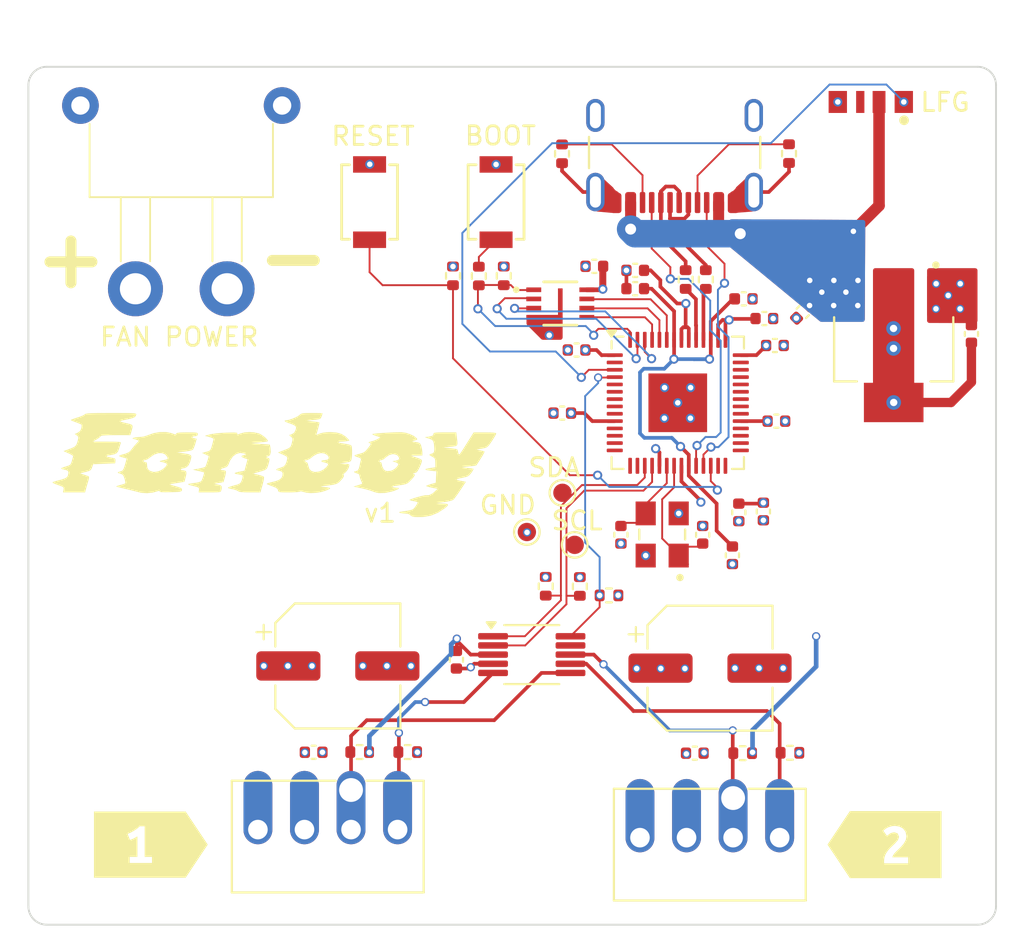
<source format=kicad_pcb>
(kicad_pcb (version 20241229) (generator "pcbnew") (generator_version "9.0")
  (layers (0 "F.Cu" signal) (4 "In1.Cu" signal) (6 "In2.Cu" signal) (8 "In3.Cu" signal) (10 "In4.Cu" signal) (2 "B.Cu" signal) (13 "F.Paste" user) (15 "B.Paste" user) (5 "F.SilkS" user "F.Silkscreen") (7 "B.SilkS" user "B.Silkscreen") (1 "F.Mask" user) (3 "B.Mask" user) (25 "Edge.Cuts" user))
  (net 0 "")
  (net 1 "/12V")
  (net 2 "/XOUT")
  (net 3 "/XIN")
  (net 4 "/1V1")
  (net 7 "/FAN1_TACH")
  (net 8 "/FAN1_PWM")
  (net 9 "/FAN2_TACH")
  (net 10 "/FAN2_PWM")
  (net 11 "/USB_DP")
  (net 12 "/USB_DN")
  (net 13 "/SWD")
  (net 14 "/SWCLK")
  (net 15 "/SDA")
  (net 16 "GND")
  (net 17 "/SCL")
  (net 18 "/QSPI_SS")
  (net 19 "/3V3")
  (net 21 "/FAN_ALERT")
  (net 22 "/QSPI_SD2")
  (net 23 "/QSPI_SCLK")
  (net 24 "/5V")
  (net 25 "/QSPI_SD1")
  (net 26 "/QSPI_SD3")
  (net 27 "/QSPI_SD0")
  (net 31 "Net-(U27-RUN)")
  (net 32 "Net-(R55-Pad2)")
  (net 33 "Net-(U27-GPIO1)")
  (net 34 "Net-(U27-USB_DM)")
  (net 35 "Net-(U27-USB_DP)")
  (net 36 "Net-(J6-CC2)")
  (net 37 "Net-(J6-CC1)")
  (footprint "Capacitor_SMD:C_0402_1005Metric" (layer "F.Cu") (at 172.073217 76.817536)
    (property "Reference" "C109" (hide yes))
    (property "Value" "0.1uF")
  )
  (footprint "Resistor_SMD:R_0402_1005Metric" (layer "F.Cu") (at 183.71 98.8)
    (property "Reference" "R6" (hide yes))
    (property "Value" "10k")
  )
  (footprint "Resistor_SMD:R_0402_1005Metric" (layer "F.Cu") (at 171.279417 66.110036 90)
    (property "Reference" "R52" (hide yes))
    (property "Value" "5.1k")
  )
  (footprint "Capacitor_SMD:C_0402_1005Metric" (layer "F.Cu") (at 180.920717 85.680036 90)
    (property "Reference" "C105" (hide yes))
    (property "Value" "0.1uF")
  )
  (footprint "kibuzzard-68D55096" (layer "F.Cu") (at 188.87 103.81)
    (property "Reference" "kibuzzard-68D55096" (hide yes))
    (property "Value" "G***" (hide yes))
  )
  (footprint "emberone:USON-8_UX_2x3x0p6_WIN" (layer "F.Cu") (at 171.183724 74.280035)
    (property "Reference" "U8" (hide yes))
    (property "Value" "W25Q16JVUXIQ TR")
  )
  (footprint "Capacitor_SMD:C_0402_1005Metric" (layer "F.Cu") (at 174.49 86.9 90)
    (property "Reference" "C97" (hide yes))
    (property "Value" "30pF")
  )
  (footprint "Resistor_SMD:R_0402_1005Metric" (layer "F.Cu") (at 166.740717 72.780036 90)
    (property "Reference" "R55" (hide yes))
    (property "Value" "1k")
  )
  (footprint "Capacitor_SMD:C_0402_1005Metric" (layer "F.Cu") (at 180.571524 88.020036 90)
    (property "Reference" "C102" (hide yes))
    (property "Value" "1uF")
  )
  (footprint "bitaxe:SW_CS1213AGF260_CRS" (layer "F.Cu") (at 160.780717 68.740036 90)
    (property "Reference" "SW2" (hide yes))
    (property "Value" "GT-TC029B-H025-L1N")
  )
  (footprint "bitaxe:470531000" (layer "F.Cu") (at 179.34 103.43)
    (property "Reference" "J4" (hide yes))
    (property "Value" "Conn_01x04")
  )
  (footprint "Capacitor_SMD:C_0402_1005Metric" (layer "F.Cu") (at 178.95 86.9 -90)
    (property "Reference" "C96" (hide yes))
    (property "Value" "30pF")
  )
  (footprint "TestPoint:TestPoint_Pad_D1.0mm" (layer "F.Cu") (at 171.97 87.45 180)
    (property "Reference" "TP1" (hide yes))
    (property "Value" "SCL")
  )
  (footprint "Capacitor_SMD:C_0402_1005Metric" (layer "F.Cu") (at 182.970717 80.700036 180)
    (property "Reference" "C103" (hide yes))
    (property "Value" "1uF")
  )
  (footprint "bitaxe:470531000" (layer "F.Cu") (at 158.5 102.99)
    (property "Reference" "J3" (hide yes))
    (property "Value" "Conn_01x04")
  )
  (footprint "Capacitor_SMD:C_0402_1005Metric" (layer "F.Cu") (at 184.41 74.74 -135)
    (property "Reference" "C90" (hide yes))
    (property "Value" "1uF")
  )
  (footprint "bitaxe:SW_CS1213AGF260_CRS" (layer "F.Cu") (at 167.680717 68.740036 90)
    (property "Reference" "SW1" (hide yes))
    (property "Value" "GT-TC029B-H025-L1N")
  )
  (footprint "Capacitor_SMD:C_0402_1005Metric" (layer "F.Cu") (at 173.040717 72.250036)
    (property "Reference" "C99" (hide yes))
    (property "Value" "0.1uF")
  )
  (footprint "Resistor_SMD:R_0402_1005Metric" (layer "F.Cu") (at 183.659417 66.100036 90)
    (property "Reference" "R51" (hide yes))
    (property "Value" "5.1k")
  )
  (footprint "Resistor_SMD:R_0402_1005Metric" (layer "F.Cu") (at 179.121524 72.970036 -90)
    (property "Reference" "R54" (hide yes))
    (property "Value" "33")
  )
  (footprint "kibuzzard-68D55084" (layer "F.Cu") (at 148.85 103.81)
    (property "Reference" "kibuzzard-68D55084" (hide yes))
    (property "Value" "G***" (hide yes))
  )
  (footprint "Resistor_SMD:R_0402_1005Metric" (layer "F.Cu") (at 168.100717 72.770036 -90)
    (property "Reference" "R50" (hide yes))
    (property "Value" "10k")
  )
  (footprint "bitaxe:XT30PW-M" (layer "F.Cu") (at 150.51 73.475)
    (property "Reference" "J1" (hide yes))
    (property "Value" "XT30" (hide yes))
  )
  (footprint "Capacitor_SMD:C_0402_1005Metric" (layer "F.Cu") (at 165.5175 93.72 -90)
    (property "Reference" "C6" (hide yes))
    (property "Value" "311-3342-1-ND")
  )
  (footprint "aditBoard:USB_C_Receptacle_GCT_USB4105-xx-A_16P_TopMnt_Horizontal" (layer "F.Cu") (at 177.419417 65.090036 180)
    (property "Reference" "J6" (hide yes))
    (property "Value" "USB_C_Receptacle_USB2.0")
  )
  (footprint "Resistor_SMD:R_0402_1005Metric" (layer "F.Cu") (at 181.13 98.82)
    (property "Reference" "R13" (hide yes))
    (property "Value" "5.6k")
  )
  (footprint "emberone:XTAL_ECS-120-20-33-CKM-TR3" (layer "F.Cu") (at 176.741524 86.885036 90)
    (property "Reference" "Y1" (hide yes))
    (property "Value" "12MHz")
  )
  (footprint "Resistor_SMD:R_0402_1005Metric" (layer "F.Cu") (at 165.330717 72.770036 90)
    (property "Reference" "R34" (hide yes))
    (property "Value" "49.9k")
  )
  (footprint "Resistor_SMD:R_0402_1005Metric" (layer "F.Cu") (at 178.021524 72.970036 -90)
    (property "Reference" "R53" (hide yes))
    (property "Value" "33")
  )
  (footprint "Capacitor_SMD:C_0402_1005Metric" (layer "F.Cu") (at 175.271524 72.470036)
    (property "Reference" "C110" (hide yes))
    (property "Value" "0.1uF")
  )
  (footprint "Capacitor_SMD:C_0402_1005Metric" (layer "F.Cu") (at 182.260717 85.630036 90)
    (property "Reference" "C106" (hide yes))
    (property "Value" "0.1uF")
  )
  (footprint "Resistor_SMD:R_0402_1005Metric" (layer "F.Cu") (at 173.84 90.21)
    (property "Reference" "R1" (hide yes))
    (property "Value" "10k")
  )
  (footprint "Resistor_SMD:R_0402_1005Metric" (layer "F.Cu") (at 160.24 98.76)
    (property "Reference" "R10" (hide yes))
    (property "Value" "5.6k")
  )
  (footprint "emberone:LED-SMD_4P-L4.0-W1.6-L" (layer "F.Cu") (at 188.12 63.28 180)
    (property "Reference" "U9" (hide yes))
    (property "Value" "SK6812")
  )
  (footprint "TestPoint:TestPoint_Pad_D1.0mm" (layer "F.Cu") (at 171.3 84.61 180)
    (property "Reference" "TP2" (hide yes))
    (property "Value" "SDA")
  )
  (footprint "Capacitor_SMD:C_0402_1005Metric" (layer "F.Cu") (at 193.609417 75.940036 90)
    (property "Reference" "C98" (hide yes))
    (property "Value" "1uF")
  )
  (footprint "Capacitor_SMD:CP_Elec_6.3x7.7" (layer "F.Cu") (at 179.35 94.18)
    (property "Reference" "C19" (hide yes))
    (property "Value" "220uF")
  )
  (footprint "Capacitor_SMD:C_0402_1005Metric" (layer "F.Cu") (at 171.291524 80.260036)
    (property "Reference" "C107" (hide yes))
    (property "Value" "0.1uF")
  )
  (footprint "Capacitor_SMD:C_0402_1005Metric" (layer "F.Cu") (at 175.271524 73.470036)
    (property "Reference" "C100" (hide yes))
    (property "Value" "0.1uF")
  )
  (footprint "Resistor_SMD:R_0402_1005Metric" (layer "F.Cu") (at 162.86 98.76)
    (property "Reference" "R9" (hide yes))
    (property "Value" "10k")
  )
  (footprint "Package_SO:MSOP-10_3x3mm_P0.5mm" (layer "F.Cu") (at 169.6275 93.44)
    (property "Reference" "U5" (hide yes))
    (property "Value" "EMC2302")
  )
  (footprint "emberone:VREG_TLV1117LV33DCYR" (layer "F.Cu") (at 189.369417 76.780036 -90)
    (property "Reference" "U10" (hide yes))
    (property "Value" "TLV1117LV33DCYR")
  )
  (footprint "Capacitor_SMD:C_0402_1005Metric" (layer "F.Cu") (at 182.890717 76.570036 180)
    (property "Reference" "C104" (hide yes))
    (property "Value" "0.1uF")
  )
  (footprint "Package_DFN_QFN:QFN-56-1EP_7x7mm_P0.4mm_EP3.2x3.2mm" (layer "F.Cu") (at 177.591524 79.697536)
    (property "Reference" "U27" (hide yes))
    (property "Value" "RP2040")
  )
  (footprint "Resistor_SMD:R_0402_1005Metric" (layer "F.Cu") (at 172.25 89.72 90)
    (property "Reference" "R20" (hide yes))
    (property "Value" "4.7k")
  )
  (footprint "Resistor_SMD:R_0402_1005Metric" (layer "F.Cu") (at 170.39 89.71 -90)
    (property "Reference" "R19" (hide yes))
    (property "Value" "4.7k")
  )
  (footprint "TestPoint:TestPoint_Pad_D1.0mm" (layer "F.Cu") (at 169.36 86.75)
    (property "Reference" "TP3" (hide yes))
    (property "Value" "GND")
  )
  (footprint "Capacitor_SMD:C_0402_1005Metric" (layer "F.Cu") (at 182.314417 75.100036 180)
    (property "Reference" "C108" (hide yes))
    (property "Value" "0.1uF")
  )
  (footprint "Capacitor_SMD:C_0402_1005Metric" (layer "F.Cu") (at 157.73 98.77)
    (property "Reference" "C21" (hide yes))
    (property "Value" "311-3342-1-ND")
  )
  (footprint "bitaxe:fanboy_logo" (layer "F.Cu") (at 155.58 82.96)
    (property "Reference" "G***" (hide yes))
    (property "Value" "LOGO" (hide yes))
  )
  (footprint "Capacitor_SMD:C_0402_1005Metric" (layer "F.Cu") (at 181.189417 74.025036 180)
    (property "Reference" "C101" (hide yes))
    (property "Value" "0.1uF")
  )
  (footprint "Capacitor_SMD:C_0402_1005Metric" (layer "F.Cu") (at 178.52 98.82)
    (property "Reference" "C20" (hide yes))
    (property "Value" "311-3342-1-ND")
  )
  (footprint "Capacitor_SMD:CP_Elec_6.3x7.7" (layer "F.Cu") (at 159.05 94.06)
    (property "Reference" "C14" (hide yes))
    (property "Value" "220uF")
  )
  (gr_arc (start 194.95 107.18) (mid 194.657107 107.887107) (end 193.95 108.18) (stroke (width 0.1)) (layer "Edge.Cuts"))
  (gr_arc (start 143.17 108.18) (mid 142.462893 107.887107) (end 142.17 107.18) (stroke (width 0.1)) (layer "Edge.Cuts"))
  (gr_arc (start 142.17 62.36) (mid 142.462893 61.652893) (end 143.17 61.36) (stroke (width 0.1)) (layer "Edge.Cuts"))
  (gr_line (start 193.95 108.18) (end 143.17 108.18) (stroke (width 0.1)) (layer "Edge.Cuts"))
  (gr_line (start 194.95 62.36) (end 194.95 107.18) (stroke (width 0.1)) (layer "Edge.Cuts"))
  (gr_arc (start 193.95 61.36) (mid 194.657107 61.652893) (end 194.95 62.36) (stroke (width 0.1)) (layer "Edge.Cuts"))
  (gr_line (start 143.17 61.36) (end 193.95 61.36) (stroke (width 0.1)) (layer "Edge.Cuts"))
  (gr_line (start 142.17 107.18) (end 142.17 62.36) (stroke (width 0.1)) (layer "Edge.Cuts"))
  (gr_text "LFG" (at 190.74 63.88 0) (layer "F.SilkS") (effects (font (size 1 1)) (justify left bottom)))
  (gr_text "RESET" (at 158.610717 65.730036 0) (layer "F.SilkS") (effects (font (size 1 1)) (justify left bottom)))
  (gr_text "BOOT" (at 165.890717 65.710036 0) (layer "F.SilkS") (effects (font (size 1 1)) (justify left bottom)))
  (gr_text "+" (at 142.24 73.55 0) (layer "F.SilkS") (effects (font (size 3 3) (thickness 0.6) (bold yes)) (justify left bottom)))
  (gr_text "-" (at 154.37 73.47 0) (layer "F.SilkS") (effects (font (size 3 3) (thickness 0.6) (bold yes)) (justify left bottom)))
  (gr_text "FAN POWER" (at 145.99 76.69 0) (layer "F.SilkS") (effects (font (size 1 1)) (justify left bottom)))
  (gr_text "v1" (at 160.4 86.3 0) (layer "F.SilkS") (effects (font (size 1 1)) (justify left bottom)))
  (segment (start 178.04 98.84) (end 178.06 98.86) (width 0.254) (layer "F.Cu") (net 1))
  (segment (start 157.25 98.77) (end 157.25 98.78) (width 0.254) (layer "F.Cu") (net 1))
  (segment (start 178.04 98.82) (end 178.04 98.84) (width 0.254) (layer "F.Cu") (net 1))
  (via (at 175.35 94.2) (size 0.45) (drill 0.3) (layers "F.Cu" "B.Cu") (net 1))
  (via (at 157.64 94.06) (size 0.45) (drill 0.3) (layers "F.Cu" "B.Cu") (net 1))
  (via (at 157.25 98.78) (size 0.45) (drill 0.3) (layers "F.Cu" "B.Cu") (net 1))
  (via (at 177.98 94.2) (size 0.45) (drill 0.3) (layers "F.Cu" "B.Cu") (net 1))
  (via (at 156.325 94.06) (size 0.45) (drill 0.3) (layers "F.Cu" "B.Cu") (net 1))
  (via (at 155.01 94.06) (size 0.45) (drill 0.3) (layers "F.Cu" "B.Cu") (net 1))
  (via (at 176.665 94.2) (size 0.45) (drill 0.3) (layers "F.Cu" "B.Cu") (net 1))
  (via (at 178.06 98.86) (size 0.45) (drill 0.3) (layers "F.Cu" "B.Cu") (net 1))
  (segment (start 178.78 87.55) (end 177.661524 87.55) (width 0.1016) (layer "F.Cu") (net 2))
  (segment (start 177.391524 84.311836) (end 176.740717 84.962643) (width 0.1016) (layer "F.Cu") (net 2))
  (segment (start 178.95 87.38) (end 178.78 87.55) (width 0.1016) (layer "F.Cu") (net 2))
  (segment (start 176.740717 87.104229) (end 178.146524 88.510036) (width 0.1016) (layer "F.Cu") (net 2))
  (segment (start 177.391524 83.135036) (end 177.391524 84.311836) (width 0.1016) (layer "F.Cu") (net 2))
  (segment (start 176.740717 84.962643) (end 176.740717 87.104229) (width 0.1016) (layer "F.Cu") (net 2))
  (segment (start 177.641524 87.48) (end 177.641524 88.035036) (width 0.1016) (layer "F.Cu") (net 2))
  (segment (start 174.49 86.42) (end 174.66 86.25) (width 0.1016) (layer "F.Cu") (net 3))
  (segment (start 175.460072 86.25) (end 175.495036 86.284964) (width 0.1016) (layer "F.Cu") (net 3))
  (segment (start 175.37656 86.27) (end 175.861524 85.785036) (width 0.1016) (layer "F.Cu") (net 3))
  (segment (start 175.861524 85.785036) (end 175.861524 85.215036) (width 0.1016) (layer "F.Cu") (net 3))
  (segment (start 176.991524 84.085036) (end 176.991524 83.135036) (width 0.1016) (layer "F.Cu") (net 3))
  (segment (start 174.66 86.25) (end 175.460072 86.25) (width 0.1016) (layer "F.Cu") (net 3))
  (segment (start 175.861524 85.215036) (end 176.991524 84.085036) (width 0.1016) (layer "F.Cu") (net 3))
  (segment (start 180.501524 73.830036) (end 180.501524 74.135128) (width 0.2) (layer "F.Cu") (net 4))
  (segment (start 177.391524 74.700036) (end 177.391524 76.260036) (width 0.2) (layer "F.Cu") (net 4))
  (segment (start 175.751524 73.470036) (end 176.161524 73.470036) (width 0.2) (layer "F.Cu") (net 4))
  (segment (start 178.191524 83.135036) (end 178.191524 83.680036) (width 0.2) (layer "F.Cu") (net 4))
  (segment (start 176.161524 73.470036) (end 177.391524 74.700036) (width 0.2) (layer "F.Cu") (net 4))
  (segment (start 180.501524 74.135128) (end 179.391524 75.245128) (width 0.2) (layer "F.Cu") (net 4))
  (segment (start 179.391524 76.260036) (end 179.391524 77.245036) (width 0.2) (layer "F.Cu") (net 4))
  (segment (start 178.191524 83.680036) (end 179.711524 85.200036) (width 0.2) (layer "F.Cu") (net 4))
  (segment (start 178.191524 82.535036) (end 178.191524 83.135036) (width 0.2) (layer "F.Cu") (net 4))
  (segment (start 179.391524 75.245128) (end 179.391524 76.260036) (width 0.2) (layer "F.Cu") (net 4))
  (segment (start 177.381524 77.315036) (end 177.391524 77.305036) (width 0.2) (layer "F.Cu") (net 4))
  (segment (start 179.391524 77.245036) (end 179.321524 77.315036) (width 0.2) (layer "F.Cu") (net 4))
  (segment (start 177.741524 82.085036) (end 178.191524 82.535036) (width 0.2) (layer "F.Cu") (net 4))
  (segment (start 179.711524 85.200036) (end 179.711524 86.680036) (width 0.2) (layer "F.Cu") (net 4))
  (segment (start 177.391524 77.305036) (end 177.391524 76.260036) (width 0.2) (layer "F.Cu") (net 4))
  (segment (start 179.711524 86.680036) (end 180.571524 87.540036) (width 0.2) (layer "F.Cu") (net 4))
  (via (at 177.381524 77.315036) (size 0.5) (drill 0.3) (layers "F.Cu" "B.Cu") (net 4))
  (via (at 179.321524 77.315036) (size 0.5) (drill 0.3) (layers "F.Cu" "B.Cu") (net 4))
  (via (at 177.741524 82.085036) (size 0.5) (drill 0.3) (layers "F.Cu" "B.Cu") (net 4))
  (segment (start 175.731524 77.840036) (end 175.531524 78.040036) (width 0.2) (layer "B.Cu") (net 4))
  (segment (start 177.741524 82.085036) (end 177.741524 82.035036) (width 0.2) (layer "B.Cu") (net 4))
  (segment (start 175.771524 81.610036) (end 177.266524 81.610036) (width 0.2) (layer "B.Cu") (net 4))
  (segment (start 178.471524 77.315036) (end 177.381524 77.315036) (width 0.2) (layer "B.Cu") (net 4))
  (segment (start 179.321524 77.315036) (end 178.471524 77.315036) (width 0.2) (layer "B.Cu") (net 4))
  (segment (start 175.531524 81.370036) (end 175.771524 81.610036) (width 0.2) (layer "B.Cu") (net 4))
  (segment (start 177.266524 81.610036) (end 177.741524 82.085036) (width 0.2) (layer "B.Cu") (net 4))
  (segment (start 176.856524 77.840036) (end 175.731524 77.840036) (width 0.2) (layer "B.Cu") (net 4))
  (segment (start 179.351524 77.315036) (end 178.471524 77.315036) (width 0.2) (layer "B.Cu") (net 4))
  (segment (start 175.531524 78.040036) (end 175.531524 81.370036) (width 0.2) (layer "B.Cu") (net 4))
  (segment (start 177.381524 77.315036) (end 176.856524 77.840036) (width 0.2) (layer "B.Cu") (net 4))
  (segment (start 171.74 94.44) (end 170.16 94.44) (width 0.2) (layer "F.Cu") (net 7))
  (segment (start 160.63 97.02) (end 159.77 97.88) (width 0.2) (layer "F.Cu") (net 7))
  (segment (start 170.16 94.44) (end 167.58 97.02) (width 0.2) (layer "F.Cu") (net 7))
  (segment (start 167.58 97.02) (end 160.63 97.02) (width 0.2) (layer "F.Cu") (net 7))
  (segment (start 159.77 97.88) (end 159.77 100.83) (width 0.2) (layer "F.Cu") (net 7))
  (segment (start 167.515 94.44) (end 165.925 96.03) (width 0.2) (layer "F.Cu") (net 8))
  (segment (start 165.925 96.03) (end 163.8075 96.03) (width 0.2) (layer "F.Cu") (net 8))
  (segment (start 162.38 97.71) (end 162.38 102.92) (width 0.2) (layer "F.Cu") (net 8))
  (segment (start 162.38 102.92) (end 162.31 102.99) (width 0.2) (layer "F.Cu") (net 8))
  (via (at 163.8075 96.03) (size 0.45) (drill 0.3) (layers "F.Cu" "B.Cu") (net 8))
  (via (at 162.38 97.71) (size 0.45) (drill 0.3) (layers "F.Cu" "B.Cu") (net 8))
  (segment (start 162.38 96.92) (end 162.38 97.71) (width 0.2) (layer "B.Cu") (net 8))
  (segment (start 163.8075 96.03) (end 163.27 96.03) (width 0.2) (layer "B.Cu") (net 8))
  (segment (start 163.27 96.03) (end 162.38 96.92) (width 0.2) (layer "B.Cu") (net 8))
  (segment (start 171.74 93.44) (end 173.01 93.44) (width 0.2) (layer "F.Cu") (net 9))
  (segment (start 173.01 93.44) (end 173.54 93.97) (width 0.2) (layer "F.Cu") (net 9))
  (segment (start 180.59 103.41) (end 180.61 103.43) (width 0.2) (layer "F.Cu") (net 9))
  (segment (start 180.59 97.58) (end 180.59 103.41) (width 0.2) (layer "F.Cu") (net 9))
  (via (at 173.54 93.97) (size 0.45) (drill 0.3) (layers "F.Cu" "B.Cu") (net 9))
  (via (at 180.59 97.58) (size 0.45) (drill 0.3) (layers "F.Cu" "B.Cu") (net 9))
  (segment (start 173.54 93.97) (end 177.15 97.58) (width 0.2) (layer "B.Cu") (net 9))
  (segment (start 177.15 97.58) (end 180.59 97.58) (width 0.2) (layer "B.Cu") (net 9))
  (segment (start 172.604348 93.94) (end 171.74 93.94) (width 0.2) (layer "F.Cu") (net 10))
  (segment (start 183.15 97.21) (end 182.46 96.52) (width 0.2) (layer "F.Cu") (net 10))
  (segment (start 183.15 103.43) (end 183.15 97.21) (width 0.2) (layer "F.Cu") (net 10))
  (segment (start 175.17 96.505652) (end 172.604348 93.94) (width 0.2) (layer "F.Cu") (net 10))
  (segment (start 182.46 96.52) (end 175.17 96.52) (width 0.2) (layer "F.Cu") (net 10))
  (segment (start 175.17 96.52) (end 175.17 96.505652) (width 0.2) (layer "F.Cu") (net 10))
  (segment (start 176.669417 68.162626) (end 176.937007 67.895036) (width 0.2) (layer "F.Cu") (net 11))
  (segment (start 176.669417 68.340036) (end 176.669417 68.860036) (width 0.2) (layer "F.Cu") (net 11))
  (segment (start 178.021524 72.460036) (end 178.021524 71.982143) (width 0.2) (layer "F.Cu") (net 11))
  (segment (start 176.669417 68.770036) (end 176.669417 68.162626) (width 0.2) (layer "F.Cu") (net 11))
  (segment (start 176.937007 67.895036) (end 177.404417 67.895036) (width 0.2) (layer "F.Cu") (net 11))
  (segment (start 177.669417 68.860036) (end 177.669417 68.285037) (width 0.2) (layer "F.Cu") (net 11))
  (segment (start 176.669417 70.630036) (end 176.669417 68.770036) (width 0.2) (layer "F.Cu") (net 11))
  (segment (start 178.021524 71.982143) (end 176.669417 70.630036) (width 0.2) (layer "F.Cu") (net 11))
  (segment (start 177.669417 68.160036) (end 177.669417 68.770036) (width 0.2) (layer "F.Cu") (net 11))
  (segment (start 177.404417 67.895036) (end 177.669417 68.160036) (width 0.2) (layer "F.Cu") (net 11))
  (segment (start 179.121524 72.460036) (end 179.121524 72.180843) (width 0.2) (layer "F.Cu") (net 12))
  (segment (start 177.169417 69.650036) (end 177.169417 68.860036) (width 0.2) (layer "F.Cu") (net 12))
  (segment (start 177.18047 69.661089) (end 177.169417 69.650036) (width 0.2) (layer "F.Cu") (net 12))
  (segment (start 177.179417 69.660036) (end 177.169417 69.650036) (width 0.2) (layer "F.Cu") (net 12))
  (segment (start 177.954416 69.650036) (end 177.169417 69.650036) (width 0.2) (layer "F.Cu") (net 12))
  (segment (start 178.169417 68.860036) (end 178.169417 69.435035) (width 0.2) (layer "F.Cu") (net 12))
  (segment (start 178.169417 69.435035) (end 177.954416 69.650036) (width 0.2) (layer "F.Cu") (net 12))
  (segment (start 179.121524 72.180843) (end 177.18047 70.239789) (width 0.2) (layer "F.Cu") (net 12))
  (segment (start 177.18047 70.239789) (end 177.18047 69.661089) (width 0.2) (layer "F.Cu") (net 12))
  (segment (start 179.145417 68.794036) (end 179.169417 68.770036) (width 0.1016) (layer "F.Cu") (net 13))
  (segment (start 178.991524 82.525036) (end 178.991524 83.135036) (width 0.1016) (layer "F.Cu") (net 13))
  (segment (start 180.140717 73.170036) (end 180.140717 72.110717) (width 0.1016) (layer "F.Cu") (net 13))
  (segment (start 179.401524 82.115036) (end 178.991524 82.525036) (width 0.1016) (layer "F.Cu") (net 13))
  (segment (start 179.169417 71.139417) (end 179.169417 68.770036) (width 0.1016) (layer "F.Cu") (net 13))
  (segment (start 180.140717 72.110717) (end 179.169417 71.139417) (width 0.1016) (layer "F.Cu") (net 13))
  (via (at 180.140717 73.170036) (size 0.5) (drill 0.3) (layers "F.Cu" "B.Cu") (net 13))
  (via (at 179.401524 82.115036) (size 0.5) (drill 0.3) (layers "F.Cu" "B.Cu") (net 13))
  (segment (start 179.811524 82.115036) (end 179.401524 82.115036) (width 0.1016) (layer "B.Cu") (net 13))
  (segment (start 180.361524 81.565036) (end 179.811524 82.115036) (width 0.1016) (layer "B.Cu") (net 13))
  (segment (start 180.361524 76.120036) (end 180.361524 81.565036) (width 0.1016) (layer "B.Cu") (net 13))
  (segment (start 179.781524 73.529229) (end 179.781524 75.540036) (width 0.1016) (layer "B.Cu") (net 13))
  (segment (start 180.140717 73.170036) (end 179.781524 73.529229) (width 0.1016) (layer "B.Cu") (net 13))
  (segment (start 179.781524 75.540036) (end 180.361524 76.120036) (width 0.1016) (layer "B.Cu") (net 13))
  (segment (start 177.187037 72.93651) (end 177.187037 72.297037) (width 0.1016) (layer "F.Cu") (net 14))
  (segment (start 178.641524 82.030036) (end 178.591524 82.080036) (width 0.1016) (layer "F.Cu") (net 14))
  (segment (start 177.187037 72.297037) (end 176.169417 71.279417) (width 0.1016) (layer "F.Cu") (net 14))
  (segment (start 176.169417 71.279417) (end 176.169417 68.770036) (width 0.1016) (layer "F.Cu") (net 14))
  (segment (start 178.591524 82.080036) (end 178.591524 83.135036) (width 0.1016) (layer "F.Cu") (net 14))
  (via (at 177.187037 72.93651) (size 0.5) (drill 0.3) (layers "F.Cu" "B.Cu") (net 14))
  (via (at 178.641524 82.030036) (size 0.5) (drill 0.3) (layers "F.Cu" "B.Cu") (net 14))
  (segment (start 179.106524 81.565036) (end 178.641524 82.030036) (width 0.1016) (layer "B.Cu") (net 14))
  (segment (start 179.686524 81.565036) (end 179.106524 81.565036) (width 0.1016) (layer "B.Cu") (net 14))
  (segment (start 179.361524 74.120036) (end 179.361524 75.740036) (width 0.1016) (layer "B.Cu") (net 14))
  (segment (start 179.361524 75.740036) (end 179.931524 76.310036) (width 0.1016) (layer "B.Cu") (net 14))
  (segment (start 178.177998 72.93651) (end 179.361524 74.120036) (width 0.1016) (layer "B.Cu") (net 14))
  (segment (start 179.931524 76.310036) (end 179.931524 81.320036) (width 0.1016) (layer "B.Cu") (net 14))
  (segment (start 177.187037 72.93651) (end 178.177998 72.93651) (width 0.1016) (layer "B.Cu") (net 14))
  (segment (start 179.931524 81.320036) (end 179.686524 81.565036) (width 0.1016) (layer "B.Cu") (net 14))
  (segment (start 171.2174 90.4726) (end 169.25 92.44) (width 0.1016) (layer "F.Cu") (net 15))
  (segment (start 172.364659 84.1874) (end 171.2174 85.334659) (width 0.1016) (layer "F.Cu") (net 15))
  (segment (start 175.38 84.1874) (end 172.364659 84.1874) (width 0.1016) (layer "F.Cu") (net 15))
  (segment (start 171.2174 90.22) (end 171.2174 90.4726) (width 0.1016) (layer "F.Cu") (net 15))
  (segment (start 170.39 90.22) (end 171.2174 90.22) (width 0.1016) (layer "F.Cu") (net 15))
  (segment (start 175.791524 83.775876) (end 175.38 84.1874) (width 0.1016) (layer "F.Cu") (net 15))
  (segment (start 171.2174 85.334659) (end 171.2174 90.22) (width 0.1016) (layer "F.Cu") (net 15))
  (segment (start 169.25 92.44) (end 167.515 92.44) (width 0.1016) (layer "F.Cu") (net 15))
  (segment (start 175.791524 83.135036) (end 175.791524 83.775876) (width 0.1016) (layer "F.Cu") (net 15))
  (segment (start 160.780717 66.690036) (end 160.790717 66.680036) (width 0.2) (layer "F.Cu") (net 16))
  (segment (start 171.279417 67.050036) (end 172.424417 68.195036) (width 0.2) (layer "F.Cu") (net 16))
  (segment (start 167.515 93.94) (end 166.4875 93.94) (width 0.2) (layer "F.Cu") (net 16))
  (segment (start 179 98.82) (end 179.03 98.79) (width 0.254) (layer "F.Cu") (net 16))
  (segment (start 176.386099 82.200036) (end 176.591524 82.405461) (width 0.2) (layer "F.Cu") (net 16))
  (segment (start 174.791524 73.470036) (end 174.791524 72.470036) (width 0.2) (layer "F.Cu") (net 16))
  (segment (start 169.36 86.75) (end 169.36 86.76) (width 0.254) (layer "F.Cu") (net 16))
  (segment (start 175.861524 87.985036) (end 175.586524 88.260036) (width 0.2) (layer "F.Cu") (net 16))
  (segment (start 178.95 86.42) (end 178.95 86.24) (width 0.2) (layer "F.Cu") (net 16))
  (segment (start 176.591524 82.405461) (end 176.591524 83.135036) (width 0.2) (layer "F.Cu") (net 16))
  (segment (start 166.4875 93.94) (end 166.2975 94.13) (width 0.2) (layer "F.Cu") (net 16))
  (segment (start 169.36 86.76) (end 169.37 86.77) (width 0.254) (layer "F.Cu") (net 16))
  (segment (start 182.554417 68.195036) (end 181.739417 68.195036) (width 0.2) (layer "F.Cu") (net 16))
  (segment (start 172.424417 68.195036) (end 173.099417 68.195036) (width 0.2) (layer "F.Cu") (net 16))
  (segment (start 183.659417 67.090036) (end 182.554417 68.195036) (width 0.2) (layer "F.Cu") (net 16))
  (segment (start 183.659417 66.610036) (end 183.659417 67.090036) (width 0.2) (layer "F.Cu") (net 16))
  (segment (start 166.2275 94.2) (end 166.2975 94.13) (width 0.2) (layer "F.Cu") (net 16))
  (segment (start 171.279417 66.620036) (end 171.279417 67.050036) (width 0.2) (layer "F.Cu") (net 16))
  (segment (start 165.5175 94.2) (end 166.2275 94.2) (width 0.2) (layer "F.Cu") (net 16))
  (via (at 172.560717 72.250036) (size 0.5) (drill 0.3) (layers "F.Cu" "B.Cu") (net 16))
  (via (at 180.71 94.18) (size 0.45) (drill 0.3) (layers "F.Cu" "B.Cu") (net 16))
  (via (at 179.03 98.79) (size 0.45) (drill 0.3) (layers "F.Cu" "B.Cu") (net 16))
  (via (at 182.794417 75.100036) (size 0.5) (drill 0.3) (layers "F.Cu" "B.Cu") (net 16))
  (via (at 180.920717 86.160036) (size 0.5) (drill 0.3) (layers "F.Cu" "B.Cu") (net 16))
  (via (at 167.680717 66.690036) (size 0.5) (drill 0.3) (layers "F.Cu" "B.Cu") (net 16))
  (via (at 186.32 63.28) (size 0.5) (drill 0.3) (layers "F.Cu" "B.Cu") (net 16))
  (via (at 182.260717 86.110036) (size 0.5) (drill 0.3) (layers "F.Cu" "B.Cu") (net 16))
  (via (at 160.41 94.06) (size 0.45) (drill 0.3) (layers "F.Cu" "B.Cu") (net 16))
  (via (at 178.281524 80.540036) (size 0.5) (drill 0.3) (layers "F.Cu" "B.Cu") (net 16))
  (via (at 193 73.2) (size 0.45) (drill 0.3) (layers "F.Cu" "B.Cu") (net 16))
  (via (at 174.49 87.38) (size 0.5) (drill 0.3) (layers "F.Cu" "B.Cu") (net 16))
  (via (at 183.34 94.18) (size 0.45) (drill 0.3) (layers "F.Cu" "B.Cu") (net 16))
  (via (at 163.04 94.06) (size 0.45) (drill 0.3) (layers "F.Cu" "B.Cu") (net 16))
  (via (at 192.99 74.57) (size 0.45) (drill 0.3) (layers "F.Cu" "B.Cu") (net 16))
  (via (at 177.591524 79.697536) (size 0.5) (drill 0.3) (layers "F.Cu" "B.Cu") (net 16))
  (via (at 171.593217 76.817536) (size 0.5) (drill 0.3) (layers "F.Cu" "B.Cu") (net 16))
  (via (at 174.791524 72.470036) (size 0.5) (drill 0.3) (layers "F.Cu" "B.Cu") (net 16))
  (via (at 191.675 74.57) (size 0.45) (drill 0.3) (layers "F.Cu" "B.Cu") (net 16))
  (via (at 177.641524 85.735036) (size 0.5) (drill 0.3) (layers "F.Cu" "B.Cu") (net 16))
  (via (at 178.291524 78.870036) (size 0.5) (drill 0.3) (layers "F.Cu" "B.Cu") (net 16))
  (via (at 183.450717 80.700036) (size 0.5) (drill 0.3) (layers "F.Cu" "B.Cu") (net 16))
  (via (at 160.790717 66.680036) (size 0.5) (drill 0.3) (layers "F.Cu" "B.Cu") (net 16))
  (via (at 169.37 86.77) (size 0.45) (drill 0.3) (layers "F.Cu" "B.Cu") (net 16))
  (via (at 183.370717 76.570036) (size 0.5) (drill 0.3) (layers "F.Cu" "B.Cu") (net 16))
  (via (at 166.2975 94.13) (size 0.45) (drill 0.3) (layers "F.Cu" "B.Cu") (net 16))
  (via (at 176.871524 78.870036) (size 0.5) (drill 0.3) (layers "F.Cu" "B.Cu") (net 16))
  (via (at 181.669417 74.025036) (size 0.5) (drill 0.3) (layers "F.Cu" "B.Cu") (net 16))
  (via (at 161.725 94.06) (size 0.45) (drill 0.3) (layers "F.Cu" "B.Cu") (net 16))
  (via (at 175.841524 88.035036) (size 0.5) (drill 0.3) (layers "F.Cu" "B.Cu") (net 16))
  (via (at 178.95 86.42) (size 0.5) (drill 0.3) (layers "F.Cu" "B.Cu") (net 16))
  (via (at 158.21 98.77) (size 0.45) (drill 0.3) (layers "F.Cu" "B.Cu") (net 16))
  (via (at 170.811524 80.260036) (size 0.5) (drill 0.3) (layers "F.Cu" "B.Cu") (net 16))
  (via (at 180.571524 88.500036) (size 0.5) (drill 0.3) (layers "F.Cu" "B.Cu") (net 16))
  (via (at 191.685 73.2) (size 0.45) (drill 0.3) (layers "F.Cu" "B.Cu") (net 16))
  (via (at 192.3425 73.84) (size 0.45) (drill 0.3) (layers "F.Cu" "B.Cu") (net 16))
  (via (at 176.386099 82.200036) (size 0.5) (drill 0.3) (layers "F.Cu" "B.Cu") (net 16))
  (via (at 182.025 94.18) (size 0.45) (drill 0.3) (layers "F.Cu" "B.Cu") (net 16))
  (via (at 184.059283 75.079964) (size 0.5) (drill 0.3) (layers "F.Cu" "B.Cu") (net 16))
  (via (at 170.580717 76.010836) (size 0.5) (drill 0.3) (layers "F.Cu" "B.Cu") (net 16))
  (via (at 176.861524 80.540036) (size 0.5) (drill 0.3) (layers "F.Cu" "B.Cu") (net 16))
  (segment (start 176.191524 83.135036) (end 176.191524 84.018476) (width 0.1016) (layer "F.Cu") (net 17))
  (segment (start 171.52 90.23) (end 171.52 90.69) (width 0.1016) (layer "F.Cu") (net 17))
  (segment (start 169.27 92.94) (end 167.515 92.94) (width 0.1016) (layer "F.Cu") (net 17))
  (segment (start 175.72 84.49) (end 172.490001 84.49) (width 0.1016) (layer "F.Cu") (net 17))
  (segment (start 171.52 90.69) (end 171.49 90.72) (width 0.1016) (layer "F.Cu") (net 17))
  (segment (start 172.490001 84.49) (end 171.52 85.46) (width 0.1016) (layer "F.Cu") (net 17))
  (segment (start 172.25 90.23) (end 171.52 90.23) (width 0.1016) (layer "F.Cu") (net 17))
  (segment (start 176.191524 84.018476) (end 175.72 84.49) (width 0.1016) (layer "F.Cu") (net 17))
  (segment (start 171.52 85.46) (end 171.52 90.23) (width 0.1016) (layer "F.Cu") (net 17))
  (segment (start 171.49 90.72) (end 169.27 92.94) (width 0.1016) (layer "F.Cu") (net 17))
  (segment (start 166.760753 73.27) (end 168.48 73.27) (width 0.1016) (layer "F.Cu") (net 18))
  (segment (start 174.991524 75.820036) (end 174.991524 76.260036) (width 0.1016) (layer "F.Cu") (net 18))
  (segment (start 174.831524 75.660036) (end 174.991524 75.820036) (width 0.1016) (layer "F.Cu") (net 18))
  (segment (start 173.261524 75.660036) (end 174.831524 75.660036) (width 0.1016) (layer "F.Cu") (net 18))
  (segment (start 173.004552 76.014341) (end 173.004552 75.917008) (width 0.1016) (layer "F.Cu") (net 18))
  (segment (start 168.48 73.27) (end 168.755036 73.545036) (width 0.1016) (layer "F.Cu") (net 18))
  (segment (start 166.690717 74.570036) (end 166.690717 73.340036) (width 0.1016) (layer "F.Cu") (net 18))
  (segment (start 173.004552 75.917008) (end 173.261524 75.660036) (width 0.1016) (layer "F.Cu") (net 18))
  (segment (start 168.755036 73.545036) (end 169.771524 73.545036) (width 0.1016) (layer "F.Cu") (net 18))
  (segment (start 166.690717 73.340036) (end 166.760753 73.27) (width 0.1016) (layer "F.Cu") (net 18))
  (via (at 173.004552 76.014341) (size 0.5) (drill 0.3) (layers "F.Cu" "B.Cu") (net 18))
  (via (at 166.690717 74.570036) (size 0.5) (drill 0.3) (layers "F.Cu" "B.Cu") (net 18))
  (segment (start 166.690717 74.570036) (end 167.630717 75.510036) (width 0.1016) (layer "B.Cu") (net 18))
  (segment (start 173.004552 75.943064) (end 173.004552 76.014341) (width 0.1016) (layer "B.Cu") (net 18))
  (segment (start 167.630717 75.510036) (end 172.571524 75.510036) (width 0.1016) (layer "B.Cu") (net 18))
  (segment (start 172.571524 75.510036) (end 173.004552 75.943064) (width 0.1016) (layer "B.Cu") (net 18))
  (segment (start 166.2975 93.44) (end 167.515 93.44) (width 0.2) (layer "F.Cu") (net 19))
  (segment (start 170.39 89.2) (end 170.38 89.21) (width 0.2) (layer "F.Cu") (net 19))
  (segment (start 182.408217 76.567536) (end 182.410717 76.570036) (width 0.2) (layer "F.Cu") (net 19))
  (segment (start 178.851121 85.120036) (end 178.851121 85.049633) (width 0.2) (layer "F.Cu") (net 19))
  (segment (start 165.54 92.6825) (end 166.2975 93.44) (width 0.2) (layer "F.Cu") (net 19))
  (segment (start 173.466526 73.530034) (end 172.631524 73.530034) (width 0.254) (layer "F.Cu") (net 19))
  (segment (start 173.443217 77.097536) (end 174.154024 77.097536) (width 0.2) (layer "F.Cu") (net 19))
  (segment (start 181.883217 77.097536) (end 182.410717 76.570036) (width 0.2) (layer "F.Cu") (net 19))
  (segment (start 165.54 92.57) (end 165.54 92.6825) (width 0.2) (layer "F.Cu") (net 19))
  (segment (start 176.640717 73.359228) (end 176.640717 73.000036) (width 0.2) (layer "F.Cu") (net 19))
  (segment (start 176.640717 73.000036) (end 176.110717 72.470036) (width 0.2) (layer "F.Cu") (net 19))
  (segment (start 178.021524 74.290036) (end 178.021524 75.565036) (width 0.2) (layer "F.Cu") (net 19))
  (segment (start 182.488217 80.697536) (end 182.490717 80.700036) (width 0.2) (layer "F.Cu") (net 19))
  (segment (start 176.110717 72.470036) (end 175.751524 72.470036) (width 0.2) (layer "F.Cu") (net 19))
  (segment (start 181.64 98.8) (end 181.67 98.77) (width 0.254) (layer "F.Cu") (net 19))
  (segment (start 171.771524 80.260036) (end 172.491524 80.260036) (width 0.2) (layer "F.Cu") (net 19))
  (segment (start 173.501524 73.495036) (end 173.466526 73.530034) (width 0.2) (layer "F.Cu") (net 19))
  (segment (start 182.341524 76.595036) (end 182.321524 76.575036) (width 0.2) (layer "F.Cu") (net 19))
  (segment (start 180.920717 85.200036) (end 181.030717 85.090036) (width 0.2) (layer "F.Cu") (net 19))
  (segment (start 181.029024 80.697536) (end 182.488217 80.697536) (width 0.2) (layer "F.Cu") (net 19))
  (segment (start 177.891758 75.575036) (end 177.791524 75.67527) (width 0.2) (layer "F.Cu") (net 19))
  (segment (start 165.54 93.2175) (end 165.5175 93.24) (width 0.2) (layer "F.Cu") (net 19))
  (segment (start 178.021524 75.565036) (end 178.011524 75.575036) (width 0.2) (layer "F.Cu") (net 19))
  (segment (start 180.391524 75.175036) (end 180.036524 75.175036) (width 0.2) (layer "F.Cu") (net 19))
  (segment (start 178.031524 74.280036) (end 177.561525 74.280036) (width 0.2) (layer "F.Cu") (net 19))
  (segment (start 182.314024 76.567536) (end 182.321524 76.575036) (width 0.2) (layer "F.Cu") (net 19))
  (segment (start 173.501524 72.269229) (end 173.520717 72.250036) (width 0.381) (layer "F.Cu") (net 19))
  (segment (start 177.791524 75.67527) (end 177.791524 76.260036) (width 0.2) (layer "F.Cu") (net 19))
  (segment (start 177.561525 74.280036) (end 176.640717 73.359228) (width 0.2) (layer "F.Cu") (net 19))
  (segment (start 165.54 92.57) (end 165.54 93.2175) (width 0.2) (layer "F.Cu") (net 19))
  (segment (start 173.440717 77.100036) (end 173.443217 77.097536) (width 0.2) (layer "F.Cu") (net 19))
  (segment (start 180.920717 85.200036) (end 182.210717 85.200036) (width 0.2) (layer "F.Cu") (net 19))
  (segment (start 173.158217 76.817536) (end 173.440717 77.100036) (width 0.2) (layer "F.Cu") (net 19))
  (segment (start 181.029024 77.097536) (end 181.883217 77.097536) (width 0.2) (layer "F.Cu") (net 19))
  (segment (start 179.791524 75.420036) (end 179.791524 76.260036) (width 0.2) (layer "F.Cu") (net 19))
  (segment (start 180.191524 75.225036) (end 180.191524 76.260036) (width 0.2) (layer "F.Cu") (net 19))
  (segment (start 180.446524 75.120036) (end 180.391524 75.175036) (width 0.2) (layer "F.Cu") (net 19))
  (segment (start 174.35 90.21) (end 174.34 90.2) (width 0.1016) (layer "F.Cu") (net 19))
  (segment (start 193.609417 78.570036) (end 192.499417 79.680036) (width 0.508) (layer "F.Cu") (net 19))
  (segment (start 172.553217 76.817536) (end 173.158217 76.817536) (width 0.2) (layer "F.Cu") (net 19))
  (segment (start 173.501524 73.495036) (end 173.501524 72.269229) (width 0.381) (layer "F.Cu") (net 19))
  (segment (start 180.391524 75.175036) (end 180.191524 75.225036) (width 0.2) (layer "F.Cu") (net 19))
  (segment (start 181.64 98.82) (end 181.64 98.8) (width 0.254) (layer "F.Cu") (net 19))
  (segment (start 178.191524 75.645036) (end 178.121524 75.575036) (width 0.2) (layer "F.Cu") (net 19))
  (segment (start 172.929024 80.697536) (end 174.154024 80.697536) (width 0.2) (layer "F.Cu") (net 19))
  (segment (start 160.75 98.76) (end 160.77 98.78) (width 0.254) (layer "F.Cu") (net 19))
  (segment (start 181.814417 75.120036) (end 180.446524 75.120036) (width 0.2) (layer "F.Cu") (net 19))
  (segment (start 181.834417 75.100036) (end 181.814417 75.120036) (width 0.2) (layer "F.Cu") (net 19))
  (segment (start 178.031524 74.280036) (end 178.021524 74.290036) (width 0.2) (layer "F.Cu") (net 19))
  (segment (start 178.191524 76.260036) (end 178.191524 75.645036) (width 0.2) (layer "F.Cu") (net 19))
  (segment (start 177.791524 83.990036) (end 177.791524 83.135036) (width 0.2) (layer "F.Cu") (net 19))
  (segment (start 178.121524 75.575036) (end 177.891758 75.575036) (width 0.2) (layer "F.Cu") (net 19))
  (segment (start 182.210717 85.200036) (end 182.260717 85.150036) (width 0.2) (layer "F.Cu") (net 19))
  (segment (start 178.851121 85.049633) (end 177.791524 83.990036) (width 0.2) (layer "F.Cu") (net 19))
  (segment (start 172.553217 76.817536) (end 172.560717 76.810036) (width 0.2) (layer "F.Cu") (net 19))
  (segment (start 193.609417 76.420036) (end 193.609417 78.570036) (width 0.508) (layer "F.Cu") (net 19))
  (segment (start 180.036524 75.175036) (end 179.791524 75.420036) (width 0.2) (layer "F.Cu") (net 19))
  (segment (start 172.491524 80.260036) (end 172.929024 80.697536) (width 0.2) (layer "F.Cu") (net 19))
  (segment (start 172.25 89.21) (end 172.25 89.22) (width 0.2) (layer "F.Cu") (net 19))
  (segment (start 192.499417 79.680036) (end 189.369417 79.680036) (width 0.508) (layer "F.Cu") (net 19))
  (via (at 182.260717 85.150036) (size 0.5) (drill 0.3) (layers "F.Cu" "B.Cu") (net 19))
  (via (at 168.100717 72.260036) (size 0.5) (drill 0.3) (layers "F.Cu" "B.Cu") (net 19))
  (via (at 160.77 98.78) (size 0.45) (drill 0.3) (layers "F.Cu" "B.Cu") (net 19))
  (via (at 182.490717 80.700036) (size 0.5) (drill 0.3) (layers "F.Cu" "B.Cu") (net 19))
  (via (at 171.771524 80.260036) (size 0.5) (drill 0.3) (layers "F.Cu" "B.Cu") (net 19))
  (via (at 178.851121 85.120036) (size 0.5) (drill 0.3) (layers "F.Cu" "B.Cu") (net 19))
  (via (at 185.14 92.44) (size 0.45) (drill 0.3) (layers "F.Cu" "B.Cu") (net 19))
  (via (at 172.553217 76.817536) (size 0.5) (drill 0.3) (layers "F.Cu" "B.Cu") (net 19))
  (via (at 165.54 92.57) (size 0.45) (drill 0.3) (layers "F.Cu" "B.Cu") (net 19))
  (via (at 182.410717 76.570036) (size 0.5) (drill 0.3) (layers "F.Cu" "B.Cu") (net 19))
  (via (at 178.031524 74.280036) (size 0.5) (drill 0.3) (layers "F.Cu" "B.Cu") (net 19))
  (via (at 181.67 98.77) (size 0.45) (drill 0.3) (layers "F.Cu" "B.Cu") (net 19))
  (via (at 174.34 90.2) (size 0.45) (drill 0.3) (layers "F.Cu" "B.Cu") (net 19))
  (via (at 189.360717 76.730036) (size 0.8) (drill 0.4) (layers "F.Cu" "B.Cu") (net 19))
  (via (at 189.360717 75.640036) (size 0.8) (drill 0.4) (layers "F.Cu" "B.Cu") (net 19))
  (via (at 189.369417 79.680036) (size 0.8) (drill 0.4) (layers "F.Cu" "B.Cu") (net 19))
  (via (at 170.38 89.21) (size 0.45) (drill 0.3) (layers "F.Cu" "B.Cu") (net 19))
  (via (at 172.25 89.22) (size 0.45) (drill 0.3) (layers "F.Cu" "B.Cu") (net 19))
  (via (at 173.501524 73.495036) (size 0.5) (drill 0.3) (layers "F.Cu" "B.Cu") (net 19))
  (via (at 165.330717 72.260036) (size 0.5) (drill 0.3) (layers "F.Cu" "B.Cu") (net 19))
  (via (at 180.391524 75.175036) (size 0.5) (drill 0.3) (layers "F.Cu" "B.Cu") (net 19))
  (segment (start 165.54 92.57) (end 165.23 92.88) (width 0.254) (layer "B.Cu") (net 19))
  (segment (start 185.14 94.09) (end 181.67 97.56) (width 0.254) (layer "B.Cu") (net 19))
  (segment (start 160.77 97.88) (end 160.77 98.78) (width 0.254) (layer "B.Cu") (net 19))
  (segment (start 181.67 97.56) (end 181.67 98.77) (width 0.254) (layer "B.Cu") (net 19))
  (segment (start 185.14 92.44) (end 185.14 94.09) (width 0.254) (layer "B.Cu") (net 19))
  (segment (start 165.23 92.88) (end 165.23 93.42) (width 0.254) (layer "B.Cu") (net 19))
  (segment (start 165.23 93.42) (end 160.77 97.88) (width 0.254) (layer "B.Cu") (net 19))
  (segment (start 173.33 90.21) (end 173.33 90.85) (width 0.1016) (layer "F.Cu") (net 21))
  (segment (start 174.13156 78.32) (end 174.154024 78.297536) (width 0.1016) (layer "F.Cu") (net 21))
  (segment (start 173.25 78.32) (end 174.13156 78.32) (width 0.1016) (layer "F.Cu") (net 21))
  (segment (start 173.33 90.85) (end 171.74 92.44) (width 0.1016) (layer "F.Cu") (net 21))
  (via (at 173.25 78.32) (size 0.45) (drill 0.3) (layers "F.Cu" "B.Cu") (net 21))
  (via (at 173.33 90.21) (size 0.45) (drill 0.3) (layers "F.Cu" "B.Cu") (net 21))
  (segment (start 173.33 88.12) (end 172.54 87.33) (width 0.1016) (layer "B.Cu") (net 21))
  (segment (start 173.33 90.21) (end 173.33 88.12) (width 0.1016) (layer "B.Cu") (net 21))
  (segment (start 172.54 87.33) (end 172.54 79.33) (width 0.1016) (layer "B.Cu") (net 21))
  (segment (start 173.25 78.62) (end 173.25 78.32) (width 0.1016) (layer "B.Cu") (net 21))
  (segment (start 172.54 79.33) (end 173.25 78.62) (width 0.1016) (layer "B.Cu") (net 21))
  (segment (start 176.161524 77.290036) (end 175.791524 76.920036) (width 0.1016) (layer "F.Cu") (net 22))
  (segment (start 175.791524 76.920036) (end 175.791524 76.260036) (width 0.1016) (layer "F.Cu") (net 22))
  (segment (start 168.691524 74.545036) (end 169.771524 74.545036) (width 0.1016) (layer "F.Cu") (net 22))
  (via (at 176.161524 77.290036) (size 0.5) (drill 0.3) (layers "F.Cu" "B.Cu") (net 22))
  (via (at 168.691524 74.545036) (size 0.5) (drill 0.3) (layers "F.Cu" "B.Cu") (net 22))
  (segment (start 173.636524 74.710036) (end 168.856524 74.710036) (width 0.1016) (layer "B.Cu") (net 22))
  (segment (start 176.161524 77.290036) (end 176.161524 77.235036) (width 0.1016) (layer "B.Cu") (net 22))
  (segment (start 168.856524 74.710036) (end 168.691524 74.545036) (width 0.1016) (layer "B.Cu") (net 22))
  (segment (start 176.161524 77.235036) (end 173.636524 74.710036) (width 0.1016) (layer "B.Cu") (net 22))
  (segment (start 175.945717 74.545036) (end 172.611524 74.545036) (width 0.1016) (layer "F.Cu") (net 23))
  (segment (start 176.591524 76.260036) (end 176.591524 75.190843) (width 0.1016) (layer "F.Cu") (net 23))
  (segment (start 176.591524 75.190843) (end 175.945717 74.545036) (width 0.1016) (layer "F.Cu") (net 23))
  (segment (start 179.819417 69.948736) (end 179.819417 68.770036) (width 0.6) (layer "F.Cu") (net 24))
  (segment (start 181.000717 70.470036) (end 180.650717 70.120036) (width 0.6) (layer "F.Cu") (net 24))
  (segment (start 163.38 98.76) (end 163.39 98.77) (width 0.254) (layer "F.Cu") (net 24))
  (segment (start 188.57 68.94) (end 187.12 70.39) (width 0.628) (layer "F.Cu") (net 24))
  (segment (start 179.990717 70.120036) (end 179.819417 69.948736) (width 0.6) (layer "F.Cu") (net 24))
  (segment (start 175.019417 68.770036) (end 175.019417 70.220036) (width 0.6) (layer "F.Cu") (net 24))
  (segment (start 188.57 63.28) (end 188.57 68.94) (width 0.628) (layer "F.Cu") (net 24))
  (segment (start 163.37 98.76) (end 163.38 98.76) (width 0.254) (layer "F.Cu") (net 24))
  (segment (start 180.650717 70.120036) (end 179.990717 70.120036) (width 0.6) (layer "F.Cu") (net 24))
  (segment (start 184.22 98.8) (end 184.21 98.8) (width 0.254) (layer "F.Cu") (net 24))
  (via (at 186.7625 73.66) (size 0.45) (drill 0.3) (layers "F.Cu" "B.Cu") (net 24))
  (via (at 187.17 70.34) (size 0.45) (drill 0.3) (layers "F.Cu" "B.Cu") (net 24))
  (via (at 185.4475 73.66) (size 0.45) (drill 0.3) (layers "F.Cu" "B.Cu") (net 24))
  (via (at 175.019417 70.220036) (size 1) (drill 0.6) (layers "F.Cu" "B.Cu") (net 24))
  (via (at 181.000717 70.470036) (size 1) (drill 0.6) (layers "F.Cu" "B.Cu") (net 24))
  (via (at 184.79 73.02) (size 0.45) (drill 0.3) (layers "F.Cu" "B.Cu") (net 24))
  (via (at 187.42 73.02) (size 0.45) (drill 0.3) (layers "F.Cu" "B.Cu") (net 24))
  (via (at 186.095 74.39) (size 0.45) (drill 0.3) (layers "F.Cu" "B.Cu") (net 24))
  (via (at 187.41 74.39) (size 0.45) (drill 0.3) (layers "F.Cu" "B.Cu") (net 24))
  (via (at 163.39 98.77) (size 0.45) (drill 0.3) (layers "F.Cu" "B.Cu") (net 24))
  (via (at 184.78 74.39) (size 0.45) (drill 0.3) (layers "F.Cu" "B.Cu") (net 24))
  (via (at 186.105 73.02) (size 0.45) (drill 0.3) (layers "F.Cu" "B.Cu") (net 24))
  (via (at 184.21 98.8) (size 0.45) (drill 0.3) (layers "F.Cu" "B.Cu") (net 24))
  (segment (start 175.269417 70.470036) (end 175.019417 70.220036) (width 1.5) (layer "B.Cu") (net 24))
  (segment (start 181.000717 70.470036) (end 175.269417 70.470036) (width 1.5) (layer "B.Cu") (net 24))
  (segment (start 167.740413 74.56368) (end 167.740413 74.411147) (width 0.1016) (layer "F.Cu") (net 25))
  (segment (start 169.716524 73.990036) (end 169.771524 74.045036) (width 0.1016) (layer "F.Cu") (net 25))
  (segment (start 168.161524 73.990036) (end 169.716524 73.990036) (width 0.1016) (layer "F.Cu") (net 25))
  (segment (start 167.740413 74.411147) (end 168.161524 73.990036) (width 0.1016) (layer "F.Cu") (net 25))
  (segment (start 175.321524 77.290036) (end 175.391524 77.220036) (width 0.1016) (layer "F.Cu") (net 25))
  (segment (start 175.391524 77.220036) (end 175.391524 76.260036) (width 0.1016) (layer "F.Cu") (net 25))
  (via (at 175.321524 77.290036) (size 0.5) (drill 0.3) (layers "F.Cu" "B.Cu") (net 25))
  (via (at 167.740413 74.56368) (size 0.5) (drill 0.3) (layers "F.Cu" "B.Cu") (net 25))
  (segment (start 175.321524 77.290036) (end 173.141524 75.110036) (width 0.1016) (layer "B.Cu") (net 25))
  (segment (start 168.241524 75.110036) (end 167.740413 74.608925) (width 0.1016) (layer "B.Cu") (net 25))
  (segment (start 173.141524 75.110036) (end 168.241524 75.110036) (width 0.1016) (layer "B.Cu") (net 25))
  (segment (start 167.740413 74.608925) (end 167.740413 74.56368) (width 0.1016) (layer "B.Cu") (net 25))
  (segment (start 176.991524 74.930036) (end 176.106524 74.045036) (width 0.1016) (layer "F.Cu") (net 26))
  (segment (start 176.106524 74.045036) (end 172.611524 74.045036) (width 0.1016) (layer "F.Cu") (net 26))
  (segment (start 176.991524 76.260036) (end 176.991524 74.930036) (width 0.1016) (layer "F.Cu") (net 26))
  (segment (start 175.800717 75.030036) (end 172.631524 75.030036) (width 0.1016) (layer "F.Cu") (net 27))
  (segment (start 176.191524 75.420843) (end 175.800717 75.030036) (width 0.1016) (layer "F.Cu") (net 27))
  (segment (start 176.191524 76.260036) (end 176.191524 75.420843) (width 0.1016) (layer "F.Cu") (net 27))
  (segment (start 179.391524 83.970843) (end 179.391524 83.135036) (width 0.1016) (layer "F.Cu") (net 31))
  (segment (start 179.751141 84.461836) (end 179.751141 84.33046) (width 0.1016) (layer "F.Cu") (net 31))
  (segment (start 165.330717 77.270717) (end 165.330717 73.280036) (width 0.1016) (layer "F.Cu") (net 31))
  (segment (start 160.780717 72.570036) (end 160.780717 70.800036) (width 0.1016) (layer "F.Cu") (net 31))
  (segment (start 165.330717 73.280036) (end 161.490717 73.280036) (width 0.1016) (layer "F.Cu") (net 31))
  (segment (start 171.71 83.65) (end 165.330717 77.270717) (width 0.1016) (layer "F.Cu") (net 31))
  (segment (start 179.751141 84.33046) (end 179.391524 83.970843) (width 0.1016) (layer "F.Cu") (net 31))
  (segment (start 173.22 83.65) (end 171.71 83.65) (width 0.1016) (layer "F.Cu") (net 31))
  (segment (start 161.490717 73.280036) (end 160.780717 72.570036) (width 0.1016) (layer "F.Cu") (net 31))
  (via (at 179.751141 84.461836) (size 0.5) (drill 0.3) (layers "F.Cu" "B.Cu") (net 31))
  (via (at 173.22 83.65) (size 0.5) (drill 0.3) (layers "F.Cu" "B.Cu") (net 31))
  (segment (start 179.579341 84.290036) (end 179.751141 84.461836) (width 0.1016) (layer "B.Cu") (net 31))
  (segment (start 173.22 83.65) (end 173.860036 84.290036) (width 0.1016) (layer "B.Cu") (net 31))
  (segment (start 173.860036 84.290036) (end 179.579341 84.290036) (width 0.1016) (layer "B.Cu") (net 31))
  (segment (start 166.740717 72.270036) (end 166.740717 71.740036) (width 0.1016) (layer "F.Cu") (net 32))
  (segment (start 166.740717 71.740036) (end 167.680717 70.800036) (width 0.1016) (layer "F.Cu") (net 32))
  (segment (start 172.743217 77.897536) (end 174.154024 77.897536) (width 0.1016) (layer "F.Cu") (net 33))
  (segment (start 172.330717 78.310036) (end 172.743217 77.897536) (width 0.1016) (layer "F.Cu") (net 33))
  (via (at 189.92 63.28) (size 0.5) (drill 0.3) (layers "F.Cu" "B.Cu") (net 33))
  (via (at 172.330717 78.310036) (size 0.5) (drill 0.3) (layers "F.Cu" "B.Cu") (net 33))
  (segment (start 167.350717 76.900036) (end 170.935015 76.900036) (width 0.1016) (layer "B.Cu") (net 33))
  (segment (start 185.87 62.33) (end 182.67 65.53) (width 0.1016) (layer "B.Cu") (net 33))
  (segment (start 172.330717 78.295738) (end 172.330717 78.310036) (width 0.1016) (layer "B.Cu") (net 33))
  (segment (start 165.840717 75.390036) (end 167.350717 76.900036) (width 0.1016) (layer "B.Cu") (net 33))
  (segment (start 189.92 63.28) (end 188.97 62.33) (width 0.1016) (layer "B.Cu") (net 33))
  (segment (start 170.935015 76.900036) (end 172.330717 78.295738) (width 0.1016) (layer "B.Cu") (net 33))
  (segment (start 182.67 65.53) (end 170.740753 65.53) (width 0.1016) (layer "B.Cu") (net 33))
  (segment (start 170.740753 65.53) (end 165.840717 70.430036) (width 0.1016) (layer "B.Cu") (net 33))
  (segment (start 165.840717 70.430036) (end 165.840717 75.390036) (width 0.1016) (layer "B.Cu") (net 33))
  (segment (start 188.97 62.33) (end 185.87 62.33) (width 0.1016) (layer "B.Cu") (net 33))
  (segment (start 178.991524 76.260036) (end 178.991524 73.610036) (width 0.2) (layer "F.Cu") (net 34))
  (segment (start 178.991524 73.610036) (end 179.121524 73.480036) (width 0.2) (layer "F.Cu") (net 34))
  (segment (start 178.581524 74.040036) (end 178.021524 73.480036) (width 0.2) (layer "F.Cu") (net 35))
  (segment (start 178.591524 75.47935) (end 178.581524 75.46935) (width 0.2) (layer "F.Cu") (net 35))
  (segment (start 178.581524 75.46935) (end 178.581524 74.040036) (width 0.2) (layer "F.Cu") (net 35))
  (segment (start 178.591524 76.260036) (end 178.591524 75.47935) (width 0.2) (layer "F.Cu") (net 35))
  (segment (start 171.279417 65.600036) (end 173.989417 65.600036) (width 0.1016) (layer "F.Cu") (net 36))
  (segment (start 175.669417 67.280036) (end 175.669417 68.770036) (width 0.1016) (layer "F.Cu") (net 36))
  (segment (start 173.989417 65.600036) (end 175.669417 67.280036) (width 0.1016) (layer "F.Cu") (net 36))
  (segment (start 183.659417 65.590036) (end 180.379417 65.590036) (width 0.1016) (layer "F.Cu") (net 37))
  (segment (start 180.379417 65.590036) (end 178.669417 67.300036) (width 0.1016) (layer "F.Cu") (net 37))
  (segment (start 178.669417 67.300036) (end 178.669417 68.770036) (width 0.1016) (layer "F.Cu") (net 37))
  (zone (net 16) (net_name "GND") (layer "F.Cu") (priority 15) (connect_pads yes (clearance 0.01)) (min_thickness 0.25) (fill yes (thermal_gap 0.5) (thermal_bridge_width 0.5))
    (polygon (pts (xy 180.379417 68.300036) (xy 181.409417 67.350036) (xy 181.799417 69.250036) (xy 180.669417 69.340036)))
  )
  (zone (net 16) (net_name "GND") (layer "F.Cu") (priority 21) (connect_pads yes (clearance 0.01)) (min_thickness 0.25) (fill yes (thermal_gap 0.5) (thermal_bridge_width 0.5))
    (polygon (pts (xy 169.341524 74.900036) (xy 171.311524 74.900036) (xy 171.311524 76.190036) (xy 171.241524 76.260036) (xy 170.181524 76.260036) (xy 169.341524 75.420036)))
  )
  (zone (net 16) (net_name "GND") (layer "F.Cu") (priority 18) (connect_pads yes (clearance 0.3)) (min_thickness 0.25) (fill yes (thermal_gap 0.5) (thermal_bridge_width 0.5))
    (polygon (pts (xy 191.189417 72.350036) (xy 193.940021 72.350036) (xy 193.940621 75.34939) (xy 191.189417 75.340036)))
  )
  (zone (net 16) (net_name "GND") (layer "F.Cu") (priority 13) (connect_pads yes (clearance 0.01)) (min_thickness 0.25) (fill yes (thermal_gap 0.5) (thermal_bridge_width 0.5))
    (polygon (pts (xy 174.459417 68.310036) (xy 173.399417 67.340036) (xy 173.069417 69.250036) (xy 174.059417 69.340036)))
  )
  (zone (net 19) (net_name "/3V3") (layer "F.Cu") (priority 20) (connect_pads yes (clearance 0.3)) (min_thickness 0.25) (fill yes (thermal_gap 0.5) (thermal_bridge_width 0.5))
    (polygon (pts (xy 188.239417 72.350036) (xy 190.489417 72.350036) (xy 190.489417 79.180036) (xy 188.239417 79.180036)))
  )
  (zone (net 24) (net_name "/5V") (layers "F.Cu" "B.Cu") (priority 19) (connect_pads yes (clearance 0.3)) (min_thickness 0.25) (fill yes (thermal_gap 0.5) (thermal_bridge_width 0.5))
    (polygon (pts (xy 187.819351 69.718266) (xy 187.790172 75.280608) (xy 185.383409 75.280608) (xy 180.358776 71.138295) (xy 180.400533 69.681658)))
  )
)
</source>
